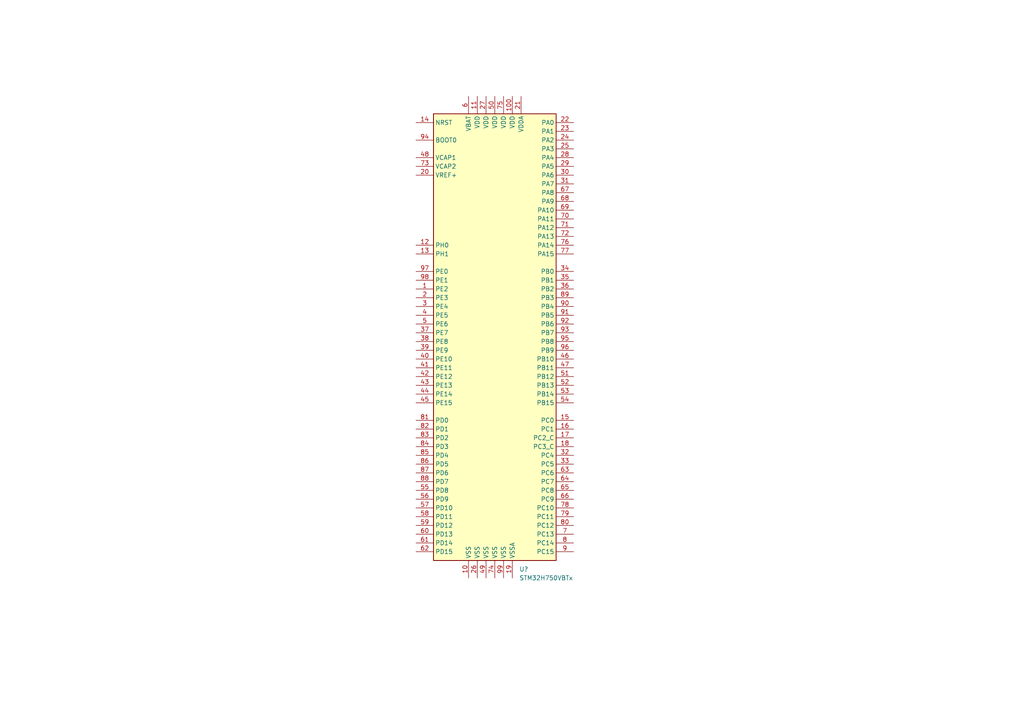
<source format=kicad_sch>
(kicad_sch (version 20211123) (generator eeschema)
  (paper "A4")
  (lib_symbols
    (symbol "MCU_ST_STM32H7:STM32H750VBTx"
      (property "Reference" "U" (at -17.78 64.77 0))
      (property "Value" "STM32H750VBTx" (at 10.16 64.77 0))
      (symbol "STM32H750VBTx_0_1"
        (rectangle (start -17.78 -66.04) (end 17.78 63.5) (stroke (width 0.254)) (fill (type background)))
      )
      (symbol "STM32H750VBTx_1_1"
        (pin bidirectional line (at -22.86 12.7 0) (length 5.08) (name "PE2") (number "1"))
        (pin power_in line (at -7.62 -71.12 90) (length 5.08) (name "VSS") (number "10"))
        (pin power_in line (at 5.08 68.58 270) (length 5.08) (name "VDD") (number "100"))
        (pin power_in line (at -5.08 68.58 270) (length 5.08) (name "VDD") (number "11"))
        (pin input line (at -22.86 25.4 0) (length 5.08) (name "PH0") (number "12"))
        (pin input line (at -22.86 22.86 0) (length 5.08) (name "PH1") (number "13"))
        (pin input line (at -22.86 60.96 0) (length 5.08) (name "NRST") (number "14"))
        (pin bidirectional line (at 22.86 -25.4 180) (length 5.08) (name "PC0") (number "15"))
        (pin bidirectional line (at 22.86 -27.94 180) (length 5.08) (name "PC1") (number "16"))
        (pin bidirectional line (at 22.86 -30.48 180) (length 5.08) (name "PC2_C") (number "17"))
        (pin bidirectional line (at 22.86 -33.02 180) (length 5.08) (name "PC3_C") (number "18"))
        (pin power_in line (at 5.08 -71.12 90) (length 5.08) (name "VSSA") (number "19"))
        (pin bidirectional line (at -22.86 10.16 0) (length 5.08) (name "PE3") (number "2"))
        (pin bidirectional line (at -22.86 45.72 0) (length 5.08) (name "VREF+") (number "20"))
        (pin power_in line (at 7.62 68.58 270) (length 5.08) (name "VDDA") (number "21"))
        (pin bidirectional line (at 22.86 60.96 180) (length 5.08) (name "PA0") (number "22"))
        (pin bidirectional line (at 22.86 58.42 180) (length 5.08) (name "PA1") (number "23"))
        (pin bidirectional line (at 22.86 55.88 180) (length 5.08) (name "PA2") (number "24"))
        (pin bidirectional line (at 22.86 53.34 180) (length 5.08) (name "PA3") (number "25"))
        (pin power_in line (at -5.08 -71.12 90) (length 5.08) (name "VSS") (number "26"))
        (pin power_in line (at -2.54 68.58 270) (length 5.08) (name "VDD") (number "27"))
        (pin bidirectional line (at 22.86 50.8 180) (length 5.08) (name "PA4") (number "28"))
        (pin bidirectional line (at 22.86 48.26 180) (length 5.08) (name "PA5") (number "29"))
        (pin bidirectional line (at -22.86 7.62 0) (length 5.08) (name "PE4") (number "3"))
        (pin bidirectional line (at 22.86 45.72 180) (length 5.08) (name "PA6") (number "30"))
        (pin bidirectional line (at 22.86 43.18 180) (length 5.08) (name "PA7") (number "31"))
        (pin bidirectional line (at 22.86 -35.56 180) (length 5.08) (name "PC4") (number "32"))
        (pin bidirectional line (at 22.86 -38.1 180) (length 5.08) (name "PC5") (number "33"))
        (pin bidirectional line (at 22.86 17.78 180) (length 5.08) (name "PB0") (number "34"))
        (pin bidirectional line (at 22.86 15.24 180) (length 5.08) (name "PB1") (number "35"))
        (pin bidirectional line (at 22.86 12.7 180) (length 5.08) (name "PB2") (number "36"))
        (pin bidirectional line (at -22.86 0 0) (length 5.08) (name "PE7") (number "37"))
        (pin bidirectional line (at -22.86 -2.54 0) (length 5.08) (name "PE8") (number "38"))
        (pin bidirectional line (at -22.86 -5.08 0) (length 5.08) (name "PE9") (number "39"))
        (pin bidirectional line (at -22.86 5.08 0) (length 5.08) (name "PE5") (number "4"))
        (pin bidirectional line (at -22.86 -7.62 0) (length 5.08) (name "PE10") (number "40"))
        (pin bidirectional line (at -22.86 -10.16 0) (length 5.08) (name "PE11") (number "41"))
        (pin bidirectional line (at -22.86 -12.7 0) (length 5.08) (name "PE12") (number "42"))
        (pin bidirectional line (at -22.86 -15.24 0) (length 5.08) (name "PE13") (number "43"))
        (pin bidirectional line (at -22.86 -17.78 0) (length 5.08) (name "PE14") (number "44"))
        (pin bidirectional line (at -22.86 -20.32 0) (length 5.08) (name "PE15") (number "45"))
        (pin bidirectional line (at 22.86 -7.62 180) (length 5.08) (name "PB10") (number "46"))
        (pin bidirectional line (at 22.86 -10.16 180) (length 5.08) (name "PB11") (number "47"))
        (pin power_in line (at -22.86 50.8 0) (length 5.08) (name "VCAP1") (number "48"))
        (pin power_in line (at -2.54 -71.12 90) (length 5.08) (name "VSS") (number "49"))
        (pin bidirectional line (at -22.86 2.54 0) (length 5.08) (name "PE6") (number "5"))
        (pin power_in line (at 0 68.58 270) (length 5.08) (name "VDD") (number "50"))
        (pin bidirectional line (at 22.86 -12.7 180) (length 5.08) (name "PB12") (number "51"))
        (pin bidirectional line (at 22.86 -15.24 180) (length 5.08) (name "PB13") (number "52"))
        (pin bidirectional line (at 22.86 -17.78 180) (length 5.08) (name "PB14") (number "53"))
        (pin bidirectional line (at 22.86 -20.32 180) (length 5.08) (name "PB15") (number "54"))
        (pin bidirectional line (at -22.86 -45.72 0) (length 5.08) (name "PD8") (number "55"))
        (pin bidirectional line (at -22.86 -48.26 0) (length 5.08) (name "PD9") (number "56"))
        (pin bidirectional line (at -22.86 -50.8 0) (length 5.08) (name "PD10") (number "57"))
        (pin bidirectional line (at -22.86 -53.34 0) (length 5.08) (name "PD11") (number "58"))
        (pin bidirectional line (at -22.86 -55.88 0) (length 5.08) (name "PD12") (number "59"))
        (pin power_in line (at -7.62 68.58 270) (length 5.08) (name "VBAT") (number "6"))
        (pin bidirectional line (at -22.86 -58.42 0) (length 5.08) (name "PD13") (number "60"))
        (pin bidirectional line (at -22.86 -60.96 0) (length 5.08) (name "PD14") (number "61"))
        (pin bidirectional line (at -22.86 -63.5 0) (length 5.08) (name "PD15") (number "62"))
        (pin bidirectional line (at 22.86 -40.64 180) (length 5.08) (name "PC6") (number "63"))
        (pin bidirectional line (at 22.86 -43.18 180) (length 5.08) (name "PC7") (number "64"))
        (pin bidirectional line (at 22.86 -45.72 180) (length 5.08) (name "PC8") (number "65"))
        (pin bidirectional line (at 22.86 -48.26 180) (length 5.08) (name "PC9") (number "66"))
        (pin bidirectional line (at 22.86 40.64 180) (length 5.08) (name "PA8") (number "67"))
        (pin bidirectional line (at 22.86 38.1 180) (length 5.08) (name "PA9") (number "68"))
        (pin bidirectional line (at 22.86 35.56 180) (length 5.08) (name "PA10") (number "69"))
        (pin bidirectional line (at 22.86 -58.42 180) (length 5.08) (name "PC13") (number "7"))
        (pin bidirectional line (at 22.86 33.02 180) (length 5.08) (name "PA11") (number "70"))
        (pin bidirectional line (at 22.86 30.48 180) (length 5.08) (name "PA12") (number "71"))
        (pin bidirectional line (at 22.86 27.94 180) (length 5.08) (name "PA13") (number "72"))
        (pin power_in line (at -22.86 48.26 0) (length 5.08) (name "VCAP2") (number "73"))
        (pin power_in line (at 0 -71.12 90) (length 5.08) (name "VSS") (number "74"))
        (pin power_in line (at 2.54 68.58 270) (length 5.08) (name "VDD") (number "75"))
        (pin bidirectional line (at 22.86 25.4 180) (length 5.08) (name "PA14") (number "76"))
        (pin bidirectional line (at 22.86 22.86 180) (length 5.08) (name "PA15") (number "77"))
        (pin bidirectional line (at 22.86 -50.8 180) (length 5.08) (name "PC10") (number "78"))
        (pin bidirectional line (at 22.86 -53.34 180) (length 5.08) (name "PC11") (number "79"))
        (pin bidirectional line (at 22.86 -60.96 180) (length 5.08) (name "PC14") (number "8"))
        (pin bidirectional line (at 22.86 -55.88 180) (length 5.08) (name "PC12") (number "80"))
        (pin bidirectional line (at -22.86 -25.4 0) (length 5.08) (name "PD0") (number "81"))
        (pin bidirectional line (at -22.86 -27.94 0) (length 5.08) (name "PD1") (number "82"))
        (pin bidirectional line (at -22.86 -30.48 0) (length 5.08) (name "PD2") (number "83"))
        (pin bidirectional line (at -22.86 -33.02 0) (length 5.08) (name "PD3") (number "84"))
        (pin bidirectional line (at -22.86 -35.56 0) (length 5.08) (name "PD4") (number "85"))
        (pin bidirectional line (at -22.86 -38.1 0) (length 5.08) (name "PD5") (number "86"))
        (pin bidirectional line (at -22.86 -40.64 0) (length 5.08) (name "PD6") (number "87"))
        (pin bidirectional line (at -22.86 -43.18 0) (length 5.08) (name "PD7") (number "88"))
        (pin bidirectional line (at 22.86 10.16 180) (length 5.08) (name "PB3") (number "89"))
        (pin bidirectional line (at 22.86 -63.5 180) (length 5.08) (name "PC15") (number "9"))
        (pin bidirectional line (at 22.86 7.62 180) (length 5.08) (name "PB4") (number "90"))
        (pin bidirectional line (at 22.86 5.08 180) (length 5.08) (name "PB5") (number "91"))
        (pin bidirectional line (at 22.86 2.54 180) (length 5.08) (name "PB6") (number "92"))
        (pin bidirectional line (at 22.86 0 180) (length 5.08) (name "PB7") (number "93"))
        (pin input line (at -22.86 55.88 0) (length 5.08) (name "BOOT0") (number "94"))
        (pin bidirectional line (at 22.86 -2.54 180) (length 5.08) (name "PB8") (number "95"))
        (pin bidirectional line (at 22.86 -5.08 180) (length 5.08) (name "PB9") (number "96"))
        (pin bidirectional line (at -22.86 17.78 0) (length 5.08) (name "PE0") (number "97"))
        (pin bidirectional line (at -22.86 15.24 0) (length 5.08) (name "PE1") (number "98"))
        (pin power_in line (at 2.54 -71.12 90) (length 5.08) (name "VSS") (number "99"))
      )
    )
  )
  (symbol (lib_id "MCU_ST_STM32H7:STM32H750VBTx") (at 143.51 96.52 0) (unit 1)
    (property "Reference" "U?" (at 150.6094 165.1 0) (effects (justify left)))
    (property "Value" "STM32H750VBTx" (at 150.6094 167.64 0) (effects (justify left)))
    (property "Footprint" "Package_QFP:LQFP-100_14x14mm_P0.5mm" (effects hide))
    (property "Datasheet" "https://www.st.com/resource/en/datasheet/stm32h750ib.pdf" (effects hide))
  )
)
</source>
